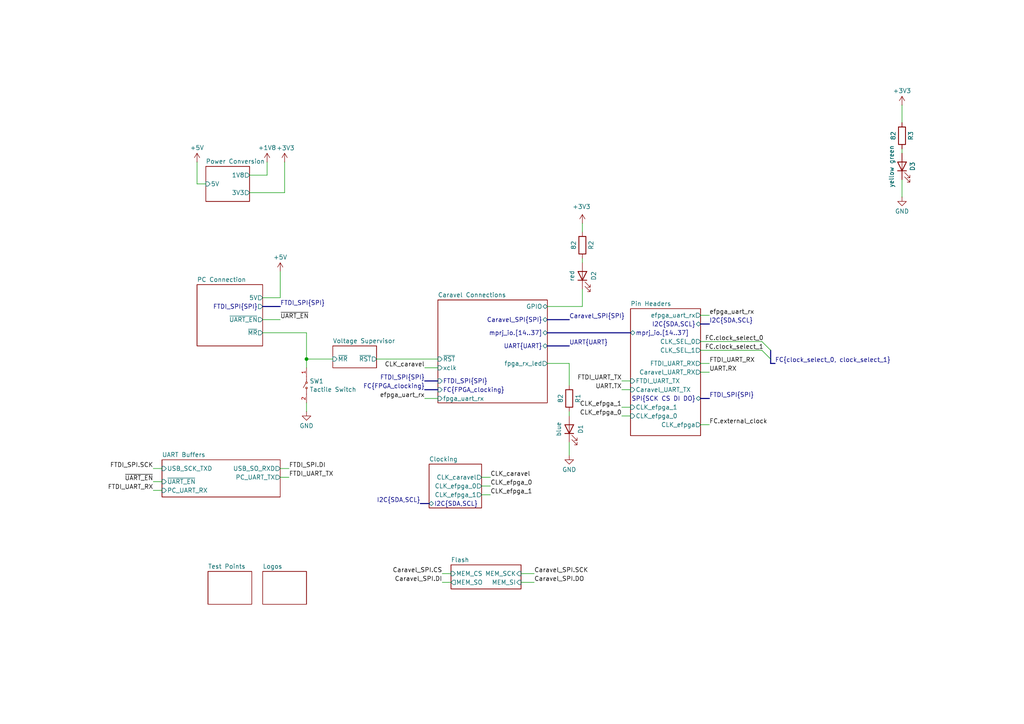
<source format=kicad_sch>
(kicad_sch (version 20231120) (generator "eeschema") (generator_version "8.0")
  (paper "A4")
  (title_block (title "FABulous Board") (date "2024-05-30") (rev "0.1"))
  (lib_symbols
    (symbol "Device:LED" (pin_numbers hide) (pin_names (offset 1.016) hide)
      (property "Reference" "D" (at 0 2.54 0))
      (property "Value" "LED" (at 0 -2.54 0))
      (symbol "LED_0_1"
        (polyline (pts (xy -1.27 -1.27) (xy -1.27 1.27)) (stroke (width 0.254)))
        (polyline (pts (xy -1.27 0) (xy 1.27 0)))
        (polyline (pts (xy 1.27 -1.27) (xy 1.27 1.27) (xy -1.27 0) (xy 1.27 -1.27)) (stroke (width 0.254)))
        (polyline (pts (xy -3.048 -0.762) (xy -4.572 -2.286) (xy -3.81 -2.286) (xy -4.572 -2.286) (xy -4.572 -1.524)))
        (polyline (pts (xy -1.778 -0.762) (xy -3.302 -2.286) (xy -2.54 -2.286) (xy -3.302 -2.286) (xy -3.302 -1.524)))
      )
      (symbol "LED_1_1"
        (pin passive line (at -3.81 0 0) (length 2.54) (name "K") (number "1"))
        (pin passive line (at 3.81 0 180) (length 2.54) (name "A") (number "2"))
      )
    )
    (symbol "Device:R" (pin_numbers hide) (pin_names (offset 0))
      (property "Reference" "R" (at 2.032 0 90))
      (property "Value" "R" (at 0 0 90))
      (symbol "R_0_1"
        (rectangle (start -1.016 -2.54) (end 1.016 2.54) (stroke (width 0.254)))
      )
      (symbol "R_1_1"
        (pin passive line (at 0 3.81 270) (length 1.27) (name "~") (number "1"))
        (pin passive line (at 0 -3.81 90) (length 1.27) (name "~") (number "2"))
      )
    )
    (symbol "easy_eda:Tactile Switch"
      (property "Reference" "SW" (at -6.858 -0.254 90))
      (property "Value" "Tactile Switch" (at -5.08 -0.508 90))
      (symbol "Tactile Switch_0_1"
        (circle (center 0 -0.762) (radius 0.254) (fill (type background)))
        (polyline (pts (xy -0.2182 0.5776) (xy -0.9199 -0.6865)))
        (polyline (pts (xy 0 -2.54) (xy 0 -0.762)))
        (polyline (pts (xy 0 1.524) (xy 0 0.762)))
        (polyline (pts (xy 0 2.54) (xy 0 1.524)))
        (circle (center 0 0.762) (radius 0.254) (fill (type background)))
      )
      (symbol "Tactile Switch_1_1"
        (pin passive line (at 0 5.08 270) (length 2.54) (name "") (number "1"))
        (pin passive line (at 0 -5.08 90) (length 2.54) (name "") (number "2"))
        (pin passive line (at 0 5.08 270) (length 2.54) hide (name "") (number "3"))
        (pin passive line (at 0 -5.08 90) (length 2.54) hide (name "") (number "4"))
      )
    )
    (symbol "power:+1V8" (power) (pin_numbers hide) (pin_names (offset 0) hide)
      (property "Value" "+1V8" (at 0 3.556 0))
      (symbol "+1V8_0_1"
        (polyline (pts (xy -0.762 1.27) (xy 0 2.54)))
        (polyline (pts (xy 0 0) (xy 0 2.54)))
        (polyline (pts (xy 0 2.54) (xy 0.762 1.27)))
      )
      (symbol "+1V8_1_1"
        (pin power_in line (at 0 0 90) (length 0) (name "~") (number "1"))
      )
    )
    (symbol "power:+3V3" (power) (pin_numbers hide) (pin_names (offset 0) hide)
      (property "Value" "+3V3" (at 0 3.556 0))
      (symbol "+3V3_0_1"
        (polyline (pts (xy -0.762 1.27) (xy 0 2.54)))
        (polyline (pts (xy 0 0) (xy 0 2.54)))
        (polyline (pts (xy 0 2.54) (xy 0.762 1.27)))
      )
      (symbol "+3V3_1_1"
        (pin power_in line (at 0 0 90) (length 0) (name "~") (number "1"))
      )
    )
    (symbol "power:+5V" (power) (pin_numbers hide) (pin_names (offset 0) hide)
      (property "Value" "+5V" (at 0 3.556 0))
      (symbol "+5V_0_1"
        (polyline (pts (xy -0.762 1.27) (xy 0 2.54)))
        (polyline (pts (xy 0 0) (xy 0 2.54)))
        (polyline (pts (xy 0 2.54) (xy 0.762 1.27)))
      )
      (symbol "+5V_1_1"
        (pin power_in line (at 0 0 90) (length 0) (name "~") (number "1"))
      )
    )
    (symbol "power:GND" (power) (pin_numbers hide) (pin_names (offset 0) hide)
      (property "Value" "GND" (at 0 -3.81 0))
      (symbol "GND_0_1"
        (polyline (pts (xy 0 0) (xy 0 -1.27) (xy 1.27 -1.27) (xy 0 -2.54) (xy -1.27 -1.27) (xy 0 -1.27)))
      )
      (symbol "GND_1_1"
        (pin power_in line (at 0 0 270) (length 0) (name "~") (number "1"))
      )
    )
  )
  (bus_alias "Caravel_power" (members "vdda" "vdda1" "vdda2" "vddio" "vcdd" "vccd" "vccd1" "vccd2"))
  (bus_alias "SPI" (members "SCK" "CS" "DI" "DO"))
  (junction (at 88.9 104.14))
  (bus_entry (at 220.98 99.06) (size 2.54 2.54))
  (bus_entry (at 220.98 101.6) (size 2.54 2.54))
  (bus (pts (xy 223.52 101.6) (xy 223.52 104.14)))
  (wire (pts (xy 165.1 105.41) (xy 165.1 111.76)))
  (wire (pts (xy 88.9 104.14) (xy 96.52 104.14)))
  (wire (pts (xy 180.34 110.49) (xy 182.88 110.49)))
  (bus (pts (xy 223.52 105.41) (xy 224.79 105.41)))
  (wire (pts (xy 158.75 105.41) (xy 165.1 105.41)))
  (wire (pts (xy 128.27 166.37) (xy 130.81 166.37)))
  (wire (pts (xy 88.9 116.84) (xy 88.9 119.38)))
  (wire (pts (xy 139.7 138.43) (xy 142.24 138.43)))
  (wire (pts (xy 168.91 74.93) (xy 168.91 76.2)))
  (wire (pts (xy 72.39 55.88) (xy 82.55 55.88)))
  (bus (pts (xy 127 110.49) (xy 123.19 110.49)))
  (wire (pts (xy 151.13 168.91) (xy 154.94 168.91)))
  (wire (pts (xy 203.2 107.95) (xy 205.74 107.95)))
  (wire (pts (xy 139.7 140.97) (xy 142.24 140.97)))
  (wire (pts (xy 142.24 143.51) (xy 139.7 143.51)))
  (wire (pts (xy 44.45 139.7) (xy 46.99 139.7)))
  (wire (pts (xy 180.34 120.65) (xy 182.88 120.65)))
  (wire (pts (xy 261.62 30.48) (xy 261.62 35.56)))
  (bus (pts (xy 123.19 113.03) (xy 127 113.03)))
  (wire (pts (xy 81.28 86.36) (xy 81.28 78.74)))
  (bus (pts (xy 203.2 93.98) (xy 205.74 93.98)))
  (wire (pts (xy 165.1 128.27) (xy 165.1 132.08)))
  (wire (pts (xy 180.34 113.03) (xy 182.88 113.03)))
  (wire (pts (xy 123.19 106.68) (xy 127 106.68)))
  (wire (pts (xy 168.91 64.77) (xy 168.91 67.31)))
  (wire (pts (xy 77.47 50.8) (xy 77.47 46.99)))
  (wire (pts (xy 180.34 118.11) (xy 182.88 118.11)))
  (wire (pts (xy 158.75 88.9) (xy 168.91 88.9)))
  (wire (pts (xy 76.2 92.71) (xy 81.28 92.71)))
  (wire (pts (xy 57.15 53.34) (xy 57.15 46.99)))
  (wire (pts (xy 128.27 168.91) (xy 130.81 168.91)))
  (bus (pts (xy 158.75 92.71) (xy 165.1 92.71)))
  (wire (pts (xy 165.1 119.38) (xy 165.1 120.65)))
  (wire (pts (xy 127 115.57) (xy 123.19 115.57)))
  (wire (pts (xy 205.74 123.19) (xy 203.2 123.19)))
  (wire (pts (xy 57.15 53.34) (xy 59.69 53.34)))
  (wire (pts (xy 203.2 99.06) (xy 220.98 99.06)))
  (wire (pts (xy 261.62 43.18) (xy 261.62 44.45)))
  (wire (pts (xy 76.2 96.52) (xy 88.9 96.52)))
  (bus (pts (xy 223.52 104.14) (xy 223.52 105.41)))
  (bus (pts (xy 158.75 100.33) (xy 165.1 100.33)))
  (wire (pts (xy 88.9 104.14) (xy 88.9 106.68)))
  (wire (pts (xy 72.39 50.8) (xy 77.47 50.8)))
  (wire (pts (xy 44.45 142.24) (xy 46.99 142.24)))
  (wire (pts (xy 168.91 83.82) (xy 168.91 88.9)))
  (wire (pts (xy 82.55 55.88) (xy 82.55 46.99)))
  (wire (pts (xy 151.13 166.37) (xy 154.94 166.37)))
  (bus (pts (xy 203.2 115.57) (xy 205.74 115.57)))
  (bus (pts (xy 76.2 88.9) (xy 81.28 88.9)))
  (wire (pts (xy 261.62 52.07) (xy 261.62 57.15)))
  (wire (pts (xy 81.28 135.89) (xy 83.82 135.89)))
  (bus (pts (xy 124.46 146.05) (xy 121.92 146.05)))
  (wire (pts (xy 88.9 96.52) (xy 88.9 104.14)))
  (wire (pts (xy 109.22 104.14) (xy 127 104.14)))
  (wire (pts (xy 76.2 86.36) (xy 81.28 86.36)))
  (wire (pts (xy 203.2 91.44) (xy 205.74 91.44)))
  (wire (pts (xy 81.28 138.43) (xy 83.82 138.43)))
  (wire (pts (xy 203.2 101.6) (xy 220.98 101.6)))
  (wire (pts (xy 44.45 135.89) (xy 46.99 135.89)))
  (bus (pts (xy 158.75 96.52) (xy 182.88 96.52)))
  (wire (pts (xy 203.2 105.41) (xy 205.74 105.41)))
  (label "FC.clock_select_1" (at 204.47 101.6 0))
  (label "FTDI_SPI{SPI}" (at 205.74 115.57 0))
  (label "UART.RX" (at 205.74 107.95 0))
  (label "~{UART_EN}" (at 44.45 139.7 180))
  (label "CLK_efpga_0" (at 180.34 120.65 180))
  (label "UART{UART}" (at 165.1 100.33 0))
  (label "FC.clock_select_0" (at 204.47 99.06 0))
  (label "CLK_caravel" (at 123.19 106.68 180))
  (label "UART.TX" (at 180.34 113.03 180))
  (label "CLK_efpga_1" (at 180.34 118.11 180))
  (label "FTDI_SPI{SPI}" (at 123.19 110.49 180))
  (label "FC{FPGA_clocking}" (at 123.19 113.03 180))
  (label "FTDI_UART_TX" (at 83.82 138.43 0))
  (label "FC.external_clock" (at 205.74 123.19 0))
  (label "Caravel_SPI.DO" (at 154.94 168.91 0))
  (label "efpga_uart_rx" (at 205.74 91.44 0))
  (label "Caravel_SPI.SCK" (at 154.94 166.37 0))
  (label "Caravel_SPI.DI" (at 128.27 168.91 180))
  (label "I2C{SDA,SCL}" (at 205.74 93.98 0))
  (label "FTDI_SPI.DI" (at 83.82 135.89 0))
  (label "CLK_caravel" (at 142.24 138.43 0))
  (label "FTDI_UART_RX" (at 205.74 105.41 0))
  (label "I2C{SDA,SCL}" (at 121.92 146.05 180))
  (label "FTDI_SPI.SCK" (at 44.45 135.89 180))
  (label "FTDI_SPI{SPI}" (at 81.28 88.9 0))
  (label "CLK_efpga_0" (at 142.24 140.97 0))
  (label "FTDI_UART_RX" (at 44.45 142.24 180))
  (label "Caravel_SPI{SPI}" (at 165.1 92.71 0))
  (label "Caravel_SPI.CS" (at 128.27 166.37 180))
  (label "~{UART_EN}" (at 81.28 92.71 0))
  (label "FC{clock_select_0, clock_select_1}" (at 224.79 105.41 0))
  (label "CLK_efpga_1" (at 142.24 143.51 0))
  (label "FTDI_UART_TX" (at 180.34 110.49 180))
  (label "efpga_uart_rx" (at 123.19 115.57 180))
  (symbol (lib_id "Device:LED") (at 165.1 124.46 90) (unit 1)
    (property "Reference" "D1" (at 168.402 124.46 0))
    (property "Value" "blue" (at 162.052 124.46 0))
    (property "Footprint" "LED_SMD:LED_1206_3216Metric" (effects (hide yes)))
    (property "LCSC Number" "C434440" (effects (hide yes)))
  )
  (symbol (lib_id "power:+5V") (at 57.15 46.99 0) (unit 1)
    (property "Reference" "#PWR01" (effects (hide yes)))
    (property "Value" "+5V" (at 57.15 42.8569 0))
    (property "Description" "Power symbol creates a global label with name \"+5V\"" (effects (hide yes)))
  )
  (symbol (lib_id "power:+3V3") (at 82.55 46.99 0) (unit 1)
    (property "Reference" "#PWR04" (effects (hide yes)))
    (property "Value" "+3V3" (at 82.804 42.926 0))
    (property "Description" "Power symbol creates a global label with name \"+3V3\"" (effects (hide yes)))
  )
  (symbol (lib_id "power:+1V8") (at 77.47 46.99 0) (unit 1)
    (property "Reference" "#PWR02" (effects (hide yes)))
    (property "Value" "+1V8" (at 77.47 42.8569 0))
    (property "Description" "Power symbol creates a global label with name \"+1V8\"" (effects (hide yes)))
  )
  (symbol (lib_id "Device:LED") (at 261.62 48.26 90) (unit 1)
    (property "Reference" "D3" (at 264.668 48.26 0))
    (property "Value" "yellow green" (at 258.572 48.26 0))
    (property "Footprint" "LED_SMD:LED_1206_3216Metric" (effects (hide yes)))
    (property "Description" "Light emitting diode" (effects (hide yes)))
    (property "LCSC Number" "C7496846" (effects (hide yes)))
  )
  (symbol (lib_id "power:+5V") (at 81.28 78.74 0) (unit 1)
    (property "Reference" "#PWR03" (effects (hide yes)))
    (property "Value" "+5V" (at 81.28 74.6069 0))
    (property "Description" "Power symbol creates a global label with name \"+5V\"" (effects (hide yes)))
  )
  (symbol (lib_id "Device:LED") (at 168.91 80.01 90) (unit 1)
    (property "Reference" "D2" (at 172.212 80.01 0))
    (property "Value" "red" (at 165.862 80.01 0))
    (property "Footprint" "LED_SMD:LED_1206_3216Metric" (effects (hide yes)))
    (property "LCSC Number" "XL-3216UGC-FB" (effects (hide yes)))
  )
  (symbol (lib_id "power:GND") (at 261.62 57.15 0) (unit 1)
    (property "Reference" "#PWR09" (effects (hide yes)))
    (property "Value" "GND" (at 261.62 61.2831 0))
    (property "Description" "Power symbol creates a global label with name \"GND\" , ground" (effects (hide yes)))
  )
  (symbol (lib_id "power:GND") (at 165.1 132.08 0) (unit 1)
    (property "Reference" "#PWR06" (effects (hide yes)))
    (property "Value" "GND" (at 165.1 136.2131 0))
    (property "Description" "Power symbol creates a global label with name \"GND\" , ground" (effects (hide yes)))
  )
  (symbol (lib_id "power:+3V3") (at 168.91 64.77 0) (unit 1)
    (property "Reference" "#PWR07" (effects (hide yes)))
    (property "Value" "+3V3" (at 168.656 59.944 0))
    (property "Description" "Power symbol creates a global label with name \"+3V3\"" (effects (hide yes)))
  )
  (symbol (lib_id "power:GND") (at 88.9 119.38 0) (unit 1)
    (property "Reference" "#PWR05" (effects (hide yes)))
    (property "Value" "GND" (at 88.9 123.5131 0))
    (property "Description" "Power symbol creates a global label with name \"GND\" , ground" (effects (hide yes)))
  )
  (symbol (lib_id "Device:R") (at 165.1 115.57 0) (unit 1)
    (property "Reference" "R1" (at 167.64 115.57 90))
    (property "Value" "82" (at 162.56 115.57 90))
    (property "Footprint" "Resistor_SMD:R_0805_2012Metric" (effects (hide yes)))
    (property "Description" "Resistor" (effects (hide yes)))
  )
  (symbol (lib_id "easy_eda:Tactile Switch") (at 88.9 111.76 0) (unit 1)
    (property "Reference" "SW1" (at 89.7889 110.5478 0) (effects (justify left)))
    (property "Value" "Tactile Switch" (at 89.7889 112.9721 0) (effects (justify left)))
    (property "Footprint" "easy_eda:SW_SMD_4P_L6.0_W6.0-P4.5-LS8.6" (effects (hide yes)))
    (property "Datasheet" "https://item.szlcsc.com/2796384.html" (effects (hide yes)))
    (property "LCSC" "C5127964" (effects (hide yes)))
  )
  (symbol (lib_id "power:+3V3") (at 261.62 30.48 0) (unit 1)
    (property "Reference" "#PWR08" (effects (hide yes)))
    (property "Value" "+3V3" (at 261.62 26.3469 0))
    (property "Description" "Power symbol creates a global label with name \"+3V3\"" (effects (hide yes)))
  )
  (symbol (lib_id "Device:R") (at 261.62 39.37 0) (unit 1)
    (property "Reference" "R3" (at 264.16 39.37 90))
    (property "Value" "82" (at 259.08 39.37 90))
    (property "Footprint" "Resistor_SMD:R_0805_2012Metric" (effects (hide yes)))
    (property "Description" "Resistor" (effects (hide yes)))
  )
  (symbol (lib_id "Device:R") (at 168.91 71.12 0) (unit 1)
    (property "Reference" "R2" (at 171.45 71.12 90))
    (property "Value" "82" (at 166.37 71.12 90))
    (property "Footprint" "Resistor_SMD:R_0805_2012Metric" (effects (hide yes)))
    (property "Description" "Resistor" (effects (hide yes)))
  )
  (sheet (at 59.69 48.26) (size 12.7 10.16) (stroke (width 0.1524))
    (property "Sheetname" "Power Conversion" (at 59.69 47.5484 0) (effects (justify left bottom)))
    (property "Sheetfile" "power.kicad_sch" (effects (hide yes)))
    (pin "1V8" output (at 72.39 50.8 0))
    (pin "5V" input (at 59.69 53.34 180))
    (pin "3V3" output (at 72.39 55.88 0))
  )
  (sheet (at 60.325 165.735) (size 12.7 9.525) (stroke (width 0.1524))
    (property "Sheetname" "Test Points" (at 60.325 165.0234 0) (effects (justify left bottom)))
    (property "Sheetfile" "test_points.kicad_sch" (effects (hide yes)))
  )
  (sheet (at 130.81 163.83) (size 20.32 6.985) (stroke (width 0.1524))
    (property "Sheetname" "Flash" (at 130.81 163.1184 0) (effects (justify left bottom)))
    (property "Sheetfile" "Flash.kicad_sch" (effects (hide yes)))
    (pin "MEM_SO" output (at 130.81 168.91 180))
    (pin "MEM_CS" input (at 130.81 166.37 180))
    (pin "MEM_SCK" input (at 151.13 166.37 0))
    (pin "MEM_SI" input (at 151.13 168.91 0))
  )
  (sheet (at 46.99 133.35) (size 34.29 10.795) (stroke (width 0.1524))
    (property "Sheetname" "UART Buffers" (at 46.99 132.6384 0) (effects (justify left bottom)))
    (property "Sheetfile" "uart_buffers.kicad_sch" (effects (hide yes)))
    (pin "~{UART_EN}" input (at 46.99 139.7 180))
    (pin "USB_SCK_TXD" input (at 46.99 135.89 180))
    (pin "USB_SO_RXD" output (at 81.28 135.89 0))
    (pin "PC_UART_TX" output (at 81.28 138.43 0))
    (pin "PC_UART_RX" input (at 46.99 142.24 180))
  )
  (sheet (at 182.88 89.535) (size 20.32 36.83) (stroke (width 0.1524))
    (property "Sheetname" "Pin Headers" (at 182.88 88.8234 0) (effects (justify left bottom)))
    (property "Sheetfile" "pins.kicad_sch" (effects (hide yes)))
    (pin "mprj_io.[14..37]" bidirectional (at 182.88 96.52 180))
    (pin "CLK_SEL_0" output (at 203.2 99.06 0))
    (pin "CLK_SEL_1" output (at 203.2 101.6 0))
    (pin "I2C{SDA,SCL}" bidirectional (at 203.2 93.98 0))
    (pin "efpga_uart_rx" output (at 203.2 91.44 0))
    (pin "Caravel_UART_TX" input (at 182.88 113.03 180))
    (pin "FTDI_UART_RX" output (at 203.2 105.41 0))
    (pin "FTDI_UART_TX" input (at 182.88 110.49 180))
    (pin "Caravel_UART_RX" output (at 203.2 107.95 0))
    (pin "SPI{SCK CS DI DO}" bidirectional (at 203.2 115.57 0))
    (pin "CLK_efpga" output (at 203.2 123.19 0))
    (pin "CLK_efpga_0" input (at 182.88 120.65 180))
    (pin "CLK_efpga_1" input (at 182.88 118.11 180))
  )
  (sheet (at 96.52 100.33) (size 12.7 6.35) (stroke (width 0.1524))
    (property "Sheetname" "Voltage Supervisor" (at 96.52 99.6184 0) (effects (justify left bottom)))
    (property "Sheetfile" "voltage_supervisor.kicad_sch" (effects (hide yes)))
    (pin "~{MR}" input (at 96.52 104.14 180))
    (pin "~{RST}" output (at 109.22 104.14 0))
  )
  (sheet (at 76.2 165.735) (size 12.7 9.525) (stroke (width 0.1524))
    (property "Sheetname" "Logos" (at 76.2 165.0234 0) (effects (justify left bottom)))
    (property "Sheetfile" "logos.kicad_sch" (effects (hide yes)))
  )
  (sheet (at 127 86.995) (size 31.75 29.845) (stroke (width 0.1524))
    (property "Sheetname" "Caravel Connections" (at 127 86.2834 0) (effects (justify left bottom)))
    (property "Sheetfile" "caravel_connections.kicad_sch" (effects (hide yes)))
    (pin "GPIO" bidirectional (at 158.75 88.9 0))
    (pin "xclk" input (at 127 106.68 180))
    (pin "~{RST}" input (at 127 104.14 180))
    (pin "Caravel_SPI{SPI}" bidirectional (at 158.75 92.71 0))
    (pin "mprj_io.[14..37]" bidirectional (at 158.75 96.52 0))
    (pin "UART{UART}" bidirectional (at 158.75 100.33 0))
    (pin "FC{FPGA_clocking}" input (at 127 113.03 180))
    (pin "fpga_rx_led" output (at 158.75 105.41 0))
    (pin "fpga_uart_rx" input (at 127 115.57 180))
    (pin "FTDI_SPI{SPI}" input (at 127 110.49 180))
  )
  (sheet (at 57.15 82.55) (size 19.05 17.78) (stroke (width 0.1524))
    (property "Sheetname" "PC Connection" (at 57.15 81.8384 0) (effects (justify left bottom)))
    (property "Sheetfile" "pc_connection.kicad_sch" (effects (hide yes)))
    (pin "~{MR}" output (at 76.2 96.52 0))
    (pin "5V" output (at 76.2 86.36 0))
    (pin "~{UART_EN}" output (at 76.2 92.71 0))
    (pin "FTDI_SPI{SPI}" output (at 76.2 88.9 0))
  )
  (sheet (at 124.46 134.62) (size 15.24 12.7) (stroke (width 0.1524))
    (property "Sheetname" "Clocking" (at 124.46 133.9084 0) (effects (justify left bottom)))
    (property "Sheetfile" "clocking.kicad_sch" (effects (hide yes)))
    (pin "I2C{SDA,SCL}" bidirectional (at 124.46 146.05 180))
    (pin "CLK_caravel" output (at 139.7 138.43 0))
    (pin "CLK_efpga_0" output (at 139.7 140.97 0))
    (pin "CLK_efpga_1" output (at 139.7 143.51 0))
  )
)
</source>
